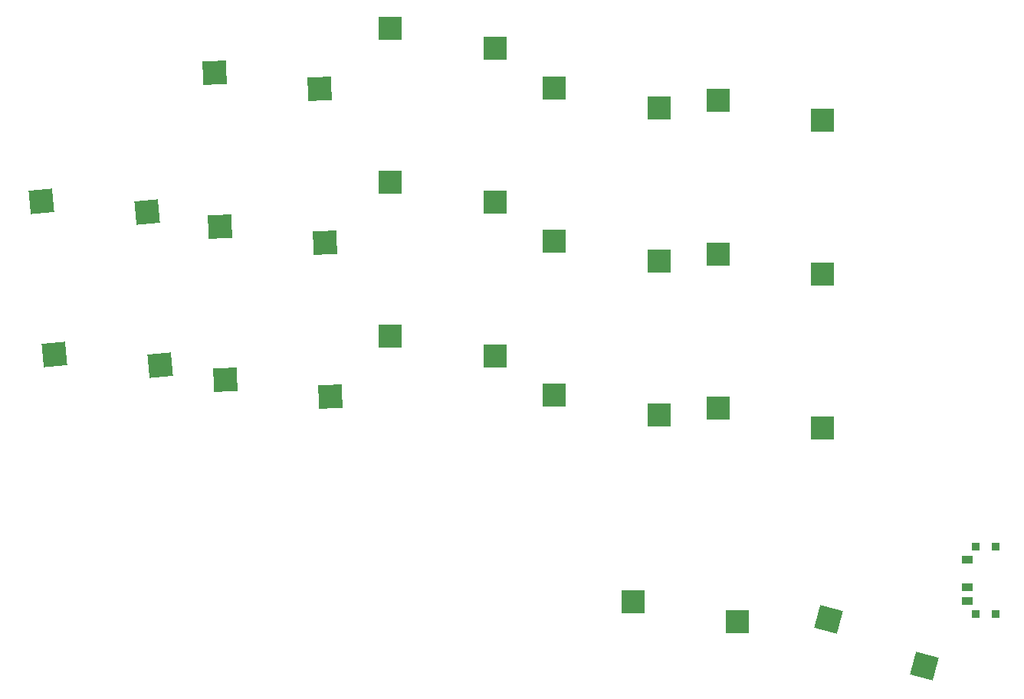
<source format=gbp>
%TF.GenerationSoftware,KiCad,Pcbnew,(6.0.4)*%
%TF.CreationDate,2022-06-21T15:17:04+02:00*%
%TF.ProjectId,konafa,6b6f6e61-6661-42e6-9b69-6361645f7063,v1.0.0*%
%TF.SameCoordinates,Original*%
%TF.FileFunction,Paste,Bot*%
%TF.FilePolarity,Positive*%
%FSLAX46Y46*%
G04 Gerber Fmt 4.6, Leading zero omitted, Abs format (unit mm)*
G04 Created by KiCad (PCBNEW (6.0.4)) date 2022-06-21 15:17:04*
%MOMM*%
%LPD*%
G01*
G04 APERTURE LIST*
G04 Aperture macros list*
%AMRotRect*
0 Rectangle, with rotation*
0 The origin of the aperture is its center*
0 $1 length*
0 $2 width*
0 $3 Rotation angle, in degrees counterclockwise*
0 Add horizontal line*
21,1,$1,$2,0,0,$3*%
G04 Aperture macros list end*
%ADD10RotRect,2.600000X2.600000X2.000000*%
%ADD11R,2.600000X2.600000*%
%ADD12RotRect,2.600000X2.600000X345.000000*%
%ADD13R,0.900000X0.900000*%
%ADD14R,1.250000X0.900000*%
%ADD15RotRect,2.600000X2.600000X5.000000*%
G04 APERTURE END LIST*
D10*
%TO.C,S11*%
X73789267Y114290527D03*
X85409011Y112494955D03*
%TD*%
D11*
%TO.C,S15*%
X93220816Y102196989D03*
X104770817Y99996988D03*
%TD*%
%TO.C,S21*%
X111336086Y95636017D03*
X122886087Y93436016D03*
%TD*%
%TO.C,S29*%
X129443279Y111228852D03*
X140993280Y109028851D03*
%TD*%
D12*
%TO.C,S33*%
X141590033Y53830443D03*
X152177075Y48716045D03*
%TD*%
D10*
%TO.C,S7*%
X74975851Y80311239D03*
X86595595Y78515667D03*
%TD*%
D13*
%TO.C,T2*%
X160104000Y54466000D03*
X160104000Y61866000D03*
X157904000Y54466000D03*
X157904000Y61866000D03*
D14*
X156929000Y60416000D03*
X156929000Y57416000D03*
X156929000Y55916000D03*
%TD*%
D15*
%TO.C,S5*%
X54638817Y100085278D03*
X66336609Y98900298D03*
%TD*%
D11*
%TO.C,S27*%
X129443279Y94228852D03*
X140993280Y92028851D03*
%TD*%
D10*
%TO.C,S9*%
X74382559Y97300883D03*
X86002303Y95505311D03*
%TD*%
D11*
%TO.C,S13*%
X93220816Y85196989D03*
X104770817Y82996988D03*
%TD*%
%TO.C,S27*%
X129433966Y77242685D03*
X140983967Y75042684D03*
%TD*%
%TO.C,S17*%
X93220817Y119196989D03*
X104770818Y116996988D03*
%TD*%
%TO.C,S31*%
X120045173Y55804554D03*
X131595174Y53604553D03*
%TD*%
D15*
%TO.C,S3*%
X56120464Y83149966D03*
X67818256Y81964986D03*
%TD*%
D11*
%TO.C,S23*%
X111336086Y112636017D03*
X122886087Y110436016D03*
%TD*%
%TO.C,S19*%
X111336086Y78636017D03*
X122886087Y76436016D03*
%TD*%
M02*

</source>
